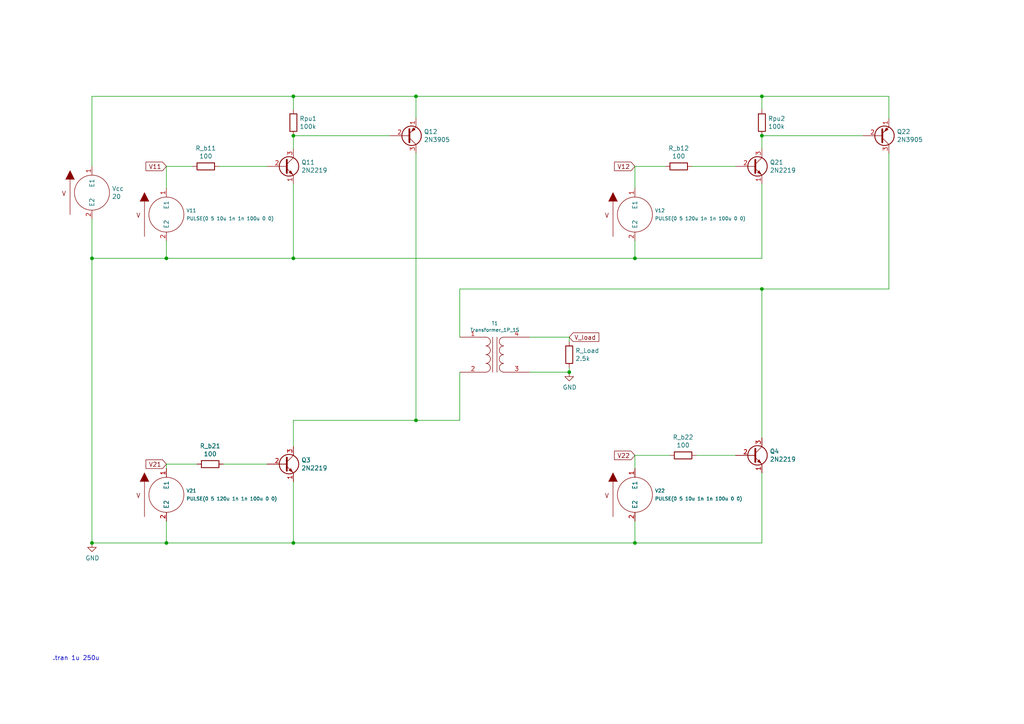
<source format=kicad_sch>
(kicad_sch (version 20211123) (generator eeschema)
  (paper "A4")
  (lib_symbols
    (symbol "Device:R" (pin_numbers hide) (pin_names (offset 0))
      (property "Reference" "R" (at 2.032 0 90))
      (property "Value" "R" (at 0 0 90))
      (symbol "R_0_1"
        (rectangle (start -1.016 -2.54) (end 1.016 2.54) (stroke (width 0.254)))
      )
      (symbol "R_1_1"
        (pin passive line (at 0 3.81 270) (length 1.27) (name "~") (number "1"))
        (pin passive line (at 0 -3.81 90) (length 1.27) (name "~") (number "2"))
      )
    )
    (symbol "Device:Transformer_1P_1S" (pin_names (offset 1.016) hide)
      (property "Reference" "T" (at 0 6.35 0))
      (property "Value" "Transformer_1P_1S" (at 0 -7.62 0))
      (symbol "Transformer_1P_1S_0_1"
        (arc (start -2.54 -5.0546) (mid -1.6599 -4.6901) (end -1.27 -3.81))
        (arc (start -2.54 -2.5146) (mid -1.6599 -2.1501) (end -1.27 -1.27))
        (arc (start -2.54 0.0254) (mid -1.6599 0.3899) (end -1.27 1.27))
        (arc (start -2.54 2.5654) (mid -1.6599 2.9299) (end -1.27 3.81))
        (arc (start -1.27 -3.81) (mid -1.642 -2.912) (end -2.54 -2.54))
        (arc (start -1.27 -1.27) (mid -1.642 -0.372) (end -2.54 0))
        (arc (start -1.27 1.27) (mid -1.642 2.168) (end -2.54 2.54))
        (arc (start -1.27 3.81) (mid -1.642 4.708) (end -2.54 5.08))
        (polyline (pts (xy -0.635 5.08) (xy -0.635 -5.08)))
        (polyline (pts (xy 0.635 -5.08) (xy 0.635 5.08)))
        (arc (start 1.2954 -1.27) (mid 1.6599 -2.1501) (end 2.54 -2.5146))
        (arc (start 1.2954 1.27) (mid 1.6599 0.3899) (end 2.54 0.0254))
        (arc (start 1.2954 3.81) (mid 1.6599 2.9299) (end 2.54 2.5654))
        (arc (start 1.3208 -3.81) (mid 1.6853 -4.6901) (end 2.5654 -5.0546))
        (arc (start 2.54 0) (mid 1.642 -0.372) (end 1.2954 -1.27))
        (arc (start 2.54 2.54) (mid 1.642 2.168) (end 1.2954 1.27))
        (arc (start 2.54 5.08) (mid 1.642 4.708) (end 1.2954 3.81))
        (arc (start 2.5654 -2.54) (mid 1.6674 -2.912) (end 1.3208 -3.81))
      )
      (symbol "Transformer_1P_1S_1_1"
        (pin passive line (at -10.16 5.08 0) (length 7.62) (name "AA") (number "1"))
        (pin passive line (at -10.16 -5.08 0) (length 7.62) (name "AB") (number "2"))
        (pin passive line (at 10.16 -5.08 180) (length 7.62) (name "SA") (number "3"))
        (pin passive line (at 10.16 5.08 180) (length 7.62) (name "SB") (number "4"))
      )
    )
    (symbol "Transistor_BJT:2N2219" (pin_names (offset 0) hide)
      (property "Reference" "Q" (at 5.08 1.905 0))
      (property "Value" "2N2219" (at 5.08 0 0))
      (symbol "2N2219_0_1"
        (polyline (pts (xy 0.635 0.635) (xy 2.54 2.54)))
        (polyline (pts (xy 0.635 -0.635) (xy 2.54 -2.54) (xy 2.54 -2.54)))
        (polyline (pts (xy 0.635 1.905) (xy 0.635 -1.905) (xy 0.635 -1.905)) (stroke (width 0.508)))
        (polyline (pts (xy 1.27 -1.778) (xy 1.778 -1.27) (xy 2.286 -2.286) (xy 1.27 -1.778) (xy 1.27 -1.778)) (fill (type outline)))
        (circle (center 1.27 0) (radius 2.8194) (stroke (width 0.254)))
      )
      (symbol "2N2219_1_1"
        (pin passive line (at 2.54 -5.08 90) (length 2.54) (name "E") (number "1"))
        (pin passive line (at -5.08 0 0) (length 5.715) (name "B") (number "2"))
        (pin passive line (at 2.54 5.08 270) (length 2.54) (name "C") (number "3"))
      )
    )
    (symbol "Transistor_BJT:2N3905" (pin_names (offset 0) hide)
      (property "Reference" "Q" (at 5.08 1.905 0))
      (property "Value" "2N3905" (at 5.08 0 0))
      (symbol "2N3905_0_1"
        (polyline (pts (xy 0.635 0.635) (xy 2.54 2.54)))
        (polyline (pts (xy 0.635 -0.635) (xy 2.54 -2.54) (xy 2.54 -2.54)))
        (polyline (pts (xy 0.635 1.905) (xy 0.635 -1.905) (xy 0.635 -1.905)) (stroke (width 0.508)))
        (polyline (pts (xy 2.286 -1.778) (xy 1.778 -2.286) (xy 1.27 -1.27) (xy 2.286 -1.778) (xy 2.286 -1.778)) (fill (type outline)))
        (circle (center 1.27 0) (radius 2.8194) (stroke (width 0.254)))
      )
      (symbol "2N3905_1_1"
        (pin passive line (at 2.54 -5.08 90) (length 2.54) (name "E") (number "1"))
        (pin input line (at -5.08 0 0) (length 5.715) (name "B") (number "2"))
        (pin passive line (at 2.54 5.08 270) (length 2.54) (name "C") (number "3"))
      )
    )
    (symbol "power:GND" (power) (pin_names (offset 0))
      (property "Value" "GND" (at 0 -3.81 0))
      (symbol "GND_0_1"
        (polyline (pts (xy 0 0) (xy 0 -1.27) (xy 1.27 -1.27) (xy 0 -2.54) (xy -1.27 -1.27) (xy 0 -1.27)))
      )
      (symbol "GND_1_1"
        (pin power_in line (at 0 0 270) (length 0) hide (name "GND") (number "1"))
      )
    )
    (symbol "pspice:VSOURCE" (pin_names (offset 1.016))
      (property "Reference" "V" (at -6.35 7.62 0))
      (property "Value" "VSOURCE" (at 0 0 0))
      (symbol "VSOURCE_0_1"
        (polyline (pts (xy -6.35 -6.35) (xy -6.35 3.81)) (fill (type outline)))
        (polyline (pts (xy -7.62 3.81) (xy -6.35 6.35) (xy -5.08 3.81)) (fill (type outline)))
        (circle (center 0 0) (radius 5.08))
        (text "V" (at -8.128 -0.254 0) (effects (font (size 1.27 1.27))))
      )
      (symbol "VSOURCE_1_1"
        (pin input line (at 0 7.62 270) (length 2.54) (name "E1") (number "1"))
        (pin input line (at 0 -7.62 90) (length 2.54) (name "E2") (number "2"))
      )
    )
  )
  (junction (at 85.09 27.94))
  (junction (at 48.26 157.48))
  (junction (at 165.1 107.95))
  (junction (at 220.98 83.82))
  (junction (at 120.65 121.92))
  (junction (at 120.65 27.94))
  (junction (at 85.09 39.37))
  (junction (at 220.98 39.37))
  (junction (at 48.26 74.93))
  (junction (at 85.09 74.93))
  (junction (at 220.98 27.94))
  (junction (at 184.15 157.48))
  (junction (at 26.67 74.93))
  (junction (at 26.67 157.48))
  (junction (at 184.15 74.93))
  (junction (at 85.09 157.48))
  (wire (pts (xy 250.19 39.37) (xy 220.98 39.37)))
  (wire (pts (xy 63.5 48.26) (xy 77.47 48.26)))
  (wire (pts (xy 48.26 48.26) (xy 48.26 54.61)))
  (wire (pts (xy 64.77 134.62) (xy 77.47 134.62)))
  (wire (pts (xy 200.66 48.26) (xy 213.36 48.26)))
  (wire (pts (xy 48.26 157.48) (xy 48.26 151.13)))
  (wire (pts (xy 120.65 34.29) (xy 120.65 27.94)))
  (wire (pts (xy 85.09 121.92) (xy 120.65 121.92)))
  (wire (pts (xy 26.67 27.94) (xy 85.09 27.94)))
  (wire (pts (xy 201.93 132.08) (xy 213.36 132.08)))
  (wire (pts (xy 85.09 31.75) (xy 85.09 27.94)))
  (wire (pts (xy 184.15 157.48) (xy 220.98 157.48)))
  (wire (pts (xy 133.35 83.82) (xy 220.98 83.82)))
  (wire (pts (xy 85.09 121.92) (xy 85.09 129.54)))
  (wire (pts (xy 48.26 74.93) (xy 85.09 74.93)))
  (wire (pts (xy 48.26 134.62) (xy 48.26 135.89)))
  (wire (pts (xy 165.1 106.68) (xy 165.1 107.95)))
  (wire (pts (xy 48.26 69.85) (xy 48.26 74.93)))
  (wire (pts (xy 85.09 139.7) (xy 85.09 157.48)))
  (wire (pts (xy 257.81 44.45) (xy 257.81 83.82)))
  (wire (pts (xy 184.15 48.26) (xy 193.04 48.26)))
  (wire (pts (xy 26.67 48.26) (xy 26.67 27.94)))
  (wire (pts (xy 85.09 157.48) (xy 184.15 157.48)))
  (wire (pts (xy 85.09 74.93) (xy 184.15 74.93)))
  (wire (pts (xy 184.15 157.48) (xy 184.15 151.13)))
  (wire (pts (xy 165.1 97.79) (xy 165.1 99.06)))
  (wire (pts (xy 184.15 74.93) (xy 220.98 74.93)))
  (wire (pts (xy 48.26 134.62) (xy 57.15 134.62)))
  (wire (pts (xy 184.15 132.08) (xy 194.31 132.08)))
  (wire (pts (xy 220.98 83.82) (xy 220.98 127)))
  (wire (pts (xy 26.67 74.93) (xy 48.26 74.93)))
  (wire (pts (xy 220.98 137.16) (xy 220.98 157.48)))
  (wire (pts (xy 85.09 27.94) (xy 120.65 27.94)))
  (wire (pts (xy 48.26 157.48) (xy 85.09 157.48)))
  (wire (pts (xy 257.81 34.29) (xy 257.81 27.94)))
  (wire (pts (xy 184.15 132.08) (xy 184.15 135.89)))
  (wire (pts (xy 220.98 27.94) (xy 257.81 27.94)))
  (wire (pts (xy 220.98 39.37) (xy 220.98 43.18)))
  (wire (pts (xy 113.03 39.37) (xy 85.09 39.37)))
  (wire (pts (xy 220.98 31.75) (xy 220.98 27.94)))
  (wire (pts (xy 220.98 53.34) (xy 220.98 74.93)))
  (wire (pts (xy 153.67 97.79) (xy 165.1 97.79)))
  (wire (pts (xy 120.65 121.92) (xy 133.35 121.92)))
  (wire (pts (xy 26.67 74.93) (xy 26.67 157.48)))
  (wire (pts (xy 184.15 48.26) (xy 184.15 54.61)))
  (wire (pts (xy 220.98 83.82) (xy 257.81 83.82)))
  (wire (pts (xy 85.09 39.37) (xy 85.09 43.18)))
  (wire (pts (xy 120.65 27.94) (xy 220.98 27.94)))
  (wire (pts (xy 26.67 157.48) (xy 48.26 157.48)))
  (wire (pts (xy 26.67 63.5) (xy 26.67 74.93)))
  (wire (pts (xy 120.65 44.45) (xy 120.65 121.92)))
  (wire (pts (xy 184.15 69.85) (xy 184.15 74.93)))
  (wire (pts (xy 48.26 48.26) (xy 55.88 48.26)))
  (wire (pts (xy 133.35 107.95) (xy 133.35 121.92)))
  (wire (pts (xy 165.1 107.95) (xy 153.67 107.95)))
  (wire (pts (xy 133.35 97.79) (xy 133.35 83.82)))
  (wire (pts (xy 85.09 53.34) (xy 85.09 74.93)))
  (text ".tran 1u 250u" (at 15.24 191.77 0) (effects (font (size 1.27 1.27)) (justify left bottom)))
  (global_label "V12" (shape input) (at 184.15 48.26 180) (property "Intersheet References" "${INTERSHEET_REFS}" (effects hide)))
  (global_label "V_load" (shape input) (at 165.1 97.79 0) (property "Intersheet References" "${INTERSHEET_REFS}" (effects hide)))
  (global_label "V21" (shape input) (at 48.26 134.62 180) (property "Intersheet References" "${INTERSHEET_REFS}" (effects hide)))
  (global_label "V11" (shape input) (at 48.26 48.26 180) (property "Intersheet References" "${INTERSHEET_REFS}" (effects hide)))
  (global_label "V22" (shape input) (at 184.15 132.08 180) (property "Intersheet References" "${INTERSHEET_REFS}" (effects hide)))
  (symbol (lib_id "pspice:VSOURCE") (at 26.67 55.88 0) (unit 1)
    (property "Reference" "Vcc" (at 32.4612 54.7116 0) (effects (justify left)))
    (property "Value" "20" (at 32.4612 57.023 0) (effects (justify left)))
  )
  (symbol (lib_id "pspice:VSOURCE") (at 48.26 62.23 0) (unit 1)
    (property "Reference" "V11" (at 54.0512 61.0616 0) (effects (font (size 0.9906 0.9906)) (justify left)))
    (property "Value" "PULSE(0 5 10u 1n 1n 100u 0 0)" (at 54.0512 63.373 0) (effects (font (size 0.9906 0.9906)) (justify left)))
  )
  (symbol (lib_id "power:GND") (at 26.67 157.48 0) (unit 1)
    (property "Reference" "#PWR?" (effects hide))
    (property "Value" "GND" (at 26.797 161.8742 0))
  )
  (symbol (lib_id "Transistor_BJT:2N2219") (at 82.55 48.26 0) (unit 1)
    (property "Reference" "Q11" (at 87.376 47.0916 0) (effects (justify left)))
    (property "Value" "2N2219" (at 87.376 49.403 0) (effects (justify left)))
    (property "Footprint" "Package_TO_SOT_THT:TO-39-3" (effects hide))
    (property "Datasheet" "http://www.onsemi.com/pub_link/Collateral/2N2219-D.PDF" (effects hide))
    (property "Spice_Primitive" "Q" (effects hide))
    (property "Spice_Model" "2N2219" (effects hide))
    (property "Spice_Netlist_Enabled" "Y" (effects hide))
    (property "Spice_Lib_File" "/home/m/projects/electronics/ngspice_models/2N2219.LIB" (effects hide))
  )
  (symbol (lib_id "Device:R") (at 85.09 35.56 0) (unit 1)
    (property "Reference" "Rpu1" (at 86.868 34.3916 0) (effects (justify left)))
    (property "Value" "100k" (at 86.868 36.703 0) (effects (justify left)))
  )
  (symbol (lib_id "Transistor_BJT:2N3905") (at 118.11 39.37 0) (mirror x) (unit 1)
    (property "Reference" "Q12" (at 122.936 38.2016 0) (effects (justify left)))
    (property "Value" "2N3905" (at 122.936 40.513 0) (effects (justify left)))
    (property "Footprint" "Package_TO_SOT_THT:TO-92_Inline" (effects hide))
    (property "Datasheet" "https://www.nteinc.com/specs/original/2N3905_06.pdf" (effects hide))
    (property "Spice_Primitive" "Q" (effects hide))
    (property "Spice_Model" "bdx54c" (effects hide))
    (property "Spice_Netlist_Enabled" "Y" (effects hide))
    (property "Spice_Lib_File" "/home/m/projects/electronics/ngspice_models/bdx54c.lib" (effects hide))
  )
  (symbol (lib_id "Device:Transformer_1P_1S") (at 143.51 102.87 0) (unit 1)
    (property "Reference" "T1" (at 143.51 93.8022 0) (effects (font (size 0.9906 0.9906))))
    (property "Value" "Transformer_1P_1S" (at 143.51 95.7072 0) (effects (font (size 0.9906 0.9906))))
    (property "Spice_Primitive" "X" (effects hide))
    (property "Spice_Model" "IT" (effects hide))
    (property "Spice_Netlist_Enabled" "Y" (effects hide))
    (property "Spice_Lib_File" "/home/m/projects/electronics/ngspice_models/ideal_transformer.mod" (effects hide))
    (property "Spice_Node_Sequence" "1 2 4 3" (effects hide))
  )
  (symbol (lib_id "Device:R") (at 165.1 102.87 0) (unit 1)
    (property "Reference" "R_Load" (at 166.878 101.7016 0) (effects (justify left)))
    (property "Value" "2.5k" (at 166.878 104.013 0) (effects (justify left)))
  )
  (symbol (lib_id "power:GND") (at 165.1 107.95 0) (unit 1)
    (property "Reference" "#PWR?" (effects hide))
    (property "Value" "GND" (at 165.227 112.3442 0))
  )
  (symbol (lib_id "Transistor_BJT:2N3905") (at 255.27 39.37 0) (mirror x) (unit 1)
    (property "Reference" "Q22" (at 260.096 38.2016 0) (effects (justify left)))
    (property "Value" "2N3905" (at 260.096 40.513 0) (effects (justify left)))
    (property "Footprint" "Package_TO_SOT_THT:TO-92_Inline" (effects hide))
    (property "Datasheet" "https://www.nteinc.com/specs/original/2N3905_06.pdf" (effects hide))
    (property "Spice_Primitive" "Q" (effects hide))
    (property "Spice_Model" "bdx54c" (effects hide))
    (property "Spice_Netlist_Enabled" "Y" (effects hide))
    (property "Spice_Lib_File" "/home/m/projects/electronics/ngspice_models/bdx54c.lib" (effects hide))
  )
  (symbol (lib_id "Device:R") (at 220.98 35.56 0) (unit 1)
    (property "Reference" "Rpu2" (at 222.758 34.3916 0) (effects (justify left)))
    (property "Value" "100k" (at 222.758 36.703 0) (effects (justify left)))
  )
  (symbol (lib_id "Transistor_BJT:2N2219") (at 218.44 48.26 0) (unit 1)
    (property "Reference" "Q21" (at 223.266 47.0916 0) (effects (justify left)))
    (property "Value" "2N2219" (at 223.266 49.403 0) (effects (justify left)))
    (property "Footprint" "Package_TO_SOT_THT:TO-39-3" (effects hide))
    (property "Datasheet" "http://www.onsemi.com/pub_link/Collateral/2N2219-D.PDF" (effects hide))
    (property "Spice_Primitive" "Q" (effects hide))
    (property "Spice_Model" "2N2219" (effects hide))
    (property "Spice_Netlist_Enabled" "Y" (effects hide))
    (property "Spice_Lib_File" "/home/m/projects/electronics/ngspice_models/2N2219.LIB" (effects hide))
  )
  (symbol (lib_id "pspice:VSOURCE") (at 184.15 62.23 0) (unit 1)
    (property "Reference" "V12" (at 189.9412 61.0616 0) (effects (font (size 0.9906 0.9906)) (justify left)))
    (property "Value" "PULSE(0 5 120u 1n 1n 100u 0 0)" (at 189.9412 63.373 0) (effects (font (size 0.9906 0.9906)) (justify left)))
  )
  (symbol (lib_id "Device:R") (at 59.69 48.26 270) (unit 1)
    (property "Reference" "R_b11" (at 59.69 43.0022 90))
    (property "Value" "100" (at 59.69 45.3136 90))
  )
  (symbol (lib_id "Transistor_BJT:2N2219") (at 82.55 134.62 0) (unit 1)
    (property "Reference" "Q3" (at 87.376 133.4516 0) (effects (justify left)))
    (property "Value" "2N2219" (at 87.376 135.763 0) (effects (justify left)))
    (property "Footprint" "Package_TO_SOT_THT:TO-39-3" (effects hide))
    (property "Datasheet" "http://www.onsemi.com/pub_link/Collateral/2N2219-D.PDF" (effects hide))
    (property "Spice_Primitive" "Q" (effects hide))
    (property "Spice_Model" "2N2219" (effects hide))
    (property "Spice_Netlist_Enabled" "Y" (effects hide))
    (property "Spice_Lib_File" "/home/m/projects/electronics/ngspice_models/2N2219.LIB" (effects hide))
  )
  (symbol (lib_id "pspice:VSOURCE") (at 48.26 143.51 0) (unit 1)
    (property "Reference" "V21" (at 54.0512 142.3416 0) (effects (font (size 0.9906 0.9906)) (justify left)))
    (property "Value" "PULSE(0 5 120u 1n 1n 100u 0 0)" (at 54.0512 144.653 0) (effects (font (size 0.9906 0.9906)) (justify left)))
  )
  (symbol (lib_id "Device:R") (at 196.85 48.26 270) (unit 1)
    (property "Reference" "R_b12" (at 196.85 43.0022 90))
    (property "Value" "100" (at 196.85 45.3136 90))
  )
  (symbol (lib_id "Device:R") (at 198.12 132.08 270) (unit 1)
    (property "Reference" "R_b22" (at 198.12 126.8222 90))
    (property "Value" "100" (at 198.12 129.1336 90))
  )
  (symbol (lib_id "Device:R") (at 60.96 134.62 270) (unit 1)
    (property "Reference" "R_b21" (at 60.96 129.3622 90))
    (property "Value" "100" (at 60.96 131.6736 90))
  )
  (symbol (lib_id "Transistor_BJT:2N2219") (at 218.44 132.08 0) (unit 1)
    (property "Reference" "Q4" (at 223.266 130.9116 0) (effects (justify left)))
    (property "Value" "2N2219" (at 223.266 133.223 0) (effects (justify left)))
    (property "Footprint" "Package_TO_SOT_THT:TO-39-3" (effects hide))
    (property "Datasheet" "http://www.onsemi.com/pub_link/Collateral/2N2219-D.PDF" (effects hide))
    (property "Spice_Primitive" "Q" (effects hide))
    (property "Spice_Model" "2N2219" (effects hide))
    (property "Spice_Netlist_Enabled" "Y" (effects hide))
    (property "Spice_Lib_File" "/home/m/projects/electronics/ngspice_models/2N2219.LIB" (effects hide))
  )
  (symbol (lib_id "pspice:VSOURCE") (at 184.15 143.51 0) (unit 1)
    (property "Reference" "V22" (at 189.9412 142.3416 0) (effects (font (size 0.9906 0.9906)) (justify left)))
    (property "Value" "PULSE(0 5 10u 1n 1n 100u 0 0)" (at 189.9412 144.653 0) (effects (font (size 0.9906 0.9906)) (justify left)))
  )
)
</source>
